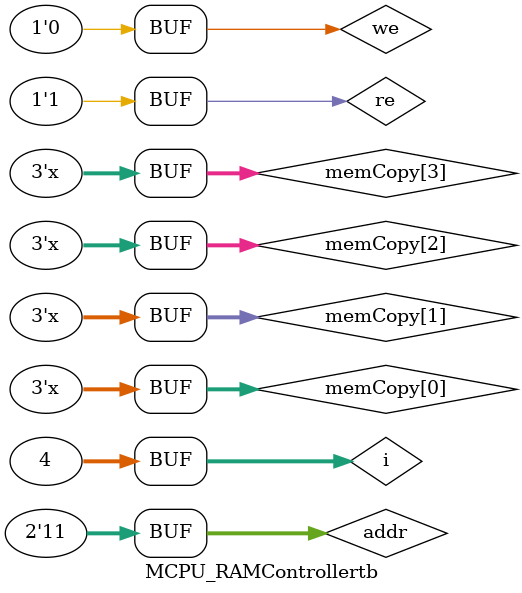
<source format=v>
module MCPU_RAMControllertb();

parameter WORD_SIZE=3;
parameter ADDR_WIDTH=2;
parameter RAM_SIZE=1<<ADDR_WIDTH;

reg we, re;
reg [WORD_SIZE-1:0] datawr;
reg [ADDR_WIDTH-1:0] addr;
reg [ADDR_WIDTH-1:0] instraddr;

reg [WORD_SIZE-1:0] datard;
reg [WORD_SIZE-1:0] instrrd;

wire [WORD_SIZE-1:0] datard_tb;
wire [WORD_SIZE-1:0] instrrd_tb;

MCPU_RAMController #(.WORD_SIZE(WORD_SIZE), .ADDR_WIDTH(ADDR_WIDTH)) tb_ram (
	.we(we), .re(re),
	.datawr(datawr), .addr(addr), .instraddr(instraddr),
	.datard(datard_tb), .instrrd(instrrd_tb)
);

reg [WORD_SIZE-1:0] memCopy[RAM_SIZE-1:0];

always #5 datawr[0] = $random;
always #5 datawr[1] = $random;
always #5 datawr[2] = $random;

integer i;
initial begin
	for(i = 0; i < RAM_SIZE; i = i + 1) begin
	#5
		we = 1;
		re = 0;
		addr = i;
	end
	for(i = 0; i < RAM_SIZE; i = i + 1) begin
	#5
		we = 0;
		re = 1;
		addr = i;
	end
end

always @ (addr or we or re or datawr)
begin
  if(we)begin
    memCopy[addr]=datawr;
  end
  if(re) begin
    datard=memCopy[addr];
  end
end
endmodule

</source>
